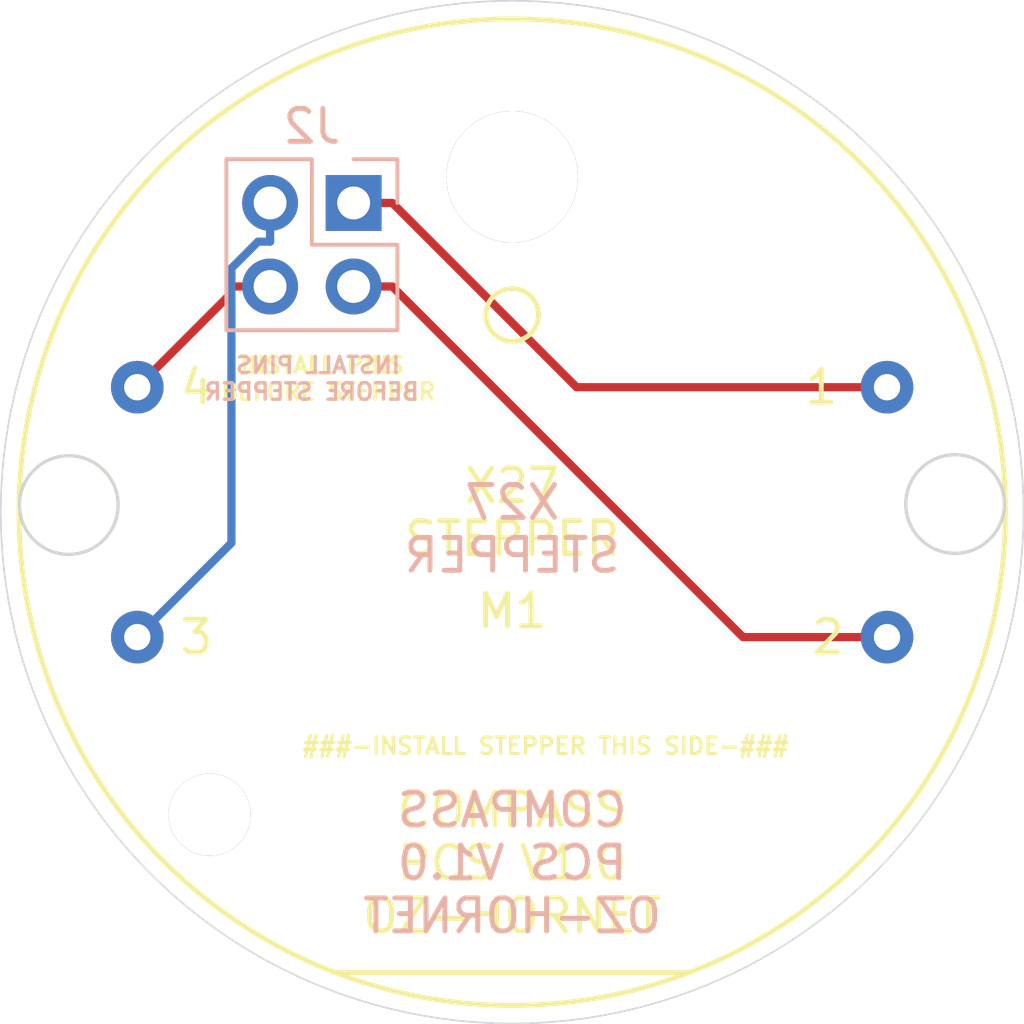
<source format=kicad_pcb>
(kicad_pcb (version 20240108) (generator "pcbnew") (generator_version "8.0")
  (layers (0 "F.Cu" signal) (31 "B.Cu" signal) (34 "B.Paste" user) (35 "F.Paste" user) (36 "B.SilkS" user "B.Silkscreen") (37 "F.SilkS" user "F.Silkscreen") (38 "B.Mask" user) (39 "F.Mask" user) (44 "Edge.Cuts" user))
  (net 0 "")
  (net 1 "/STEPPER-1-1")
  (net 2 "/STEPPER-1-2")
  (net 3 "/STEPPER-1-3")
  (net 4 "/STEPPER-1-4")
  (footprint "Library-OZ-HORNET:X27-168" (layer "F.Cu") (at 150.876 38.1)
    (property "Reference" "M1" (at 0 2.999999 0) (layer "F.SilkS"))
    (property "Value" "X27 168")
    (fp_line (start -5.400001 13.999999) (end 5.400002 14) (stroke (width 0.15)) (layer "F.SilkS"))
    (fp_circle (center 0 -5.999999) (end 0.8 -5.999999) (stroke (width 0.15)) (fill none) (layer "F.SilkS"))
    (fp_circle (center 0 0) (end 15.000001 0) (stroke (width 0.15)) (fill none) (layer "F.SilkS"))
    (fp_text user "1" (at 9.4 -3.800001 0) (layer "F.SilkS"))
    (fp_text user "3" (at -9.599999 3.799999 0) (layer "F.SilkS"))
    (fp_text user "4" (at -9.599999 -3.8 0) (layer "F.SilkS"))
    (fp_text user "2" (at 9.599999 3.8 0) (layer "F.SilkS"))
    (pad "" thru_hole circle (at -9.200002 9.200001) (size 2.5 2.5) (drill 2.5) (layers "*.Cu" "*.Mask"))
    (pad "" thru_hole circle (at 0 -10.199998) (size 4 4) (drill 4) (layers "*.Cu" "*.Mask"))
    (pad "1" thru_hole circle (at 11.4 -3.799999) (size 1.6 1.6) (drill 0.8) (layers "*.Cu" "*.Mask") (net 1 "/STEPPER-1-1"))
    (pad "2" thru_hole circle (at 11.400001 3.8) (size 1.6 1.6) (drill 0.8) (layers "*.Cu" "*.Mask") (net 2 "/STEPPER-1-2"))
    (pad "3" thru_hole circle (at -11.4 3.799999) (size 1.6 1.6) (drill 0.8) (layers "*.Cu" "*.Mask") (net 3 "/STEPPER-1-3"))
    (pad "4" thru_hole circle (at -11.400001 -3.8) (size 1.6 1.6) (drill 0.8) (layers "*.Cu" "*.Mask") (net 4 "/STEPPER-1-4"))
  )
  (footprint "Connector_PinHeader_2.54mm:PinHeader_2x02_P2.54mm_Vertical" (layer "B.Cu") (at 146.055 28.697 180)
    (property "Reference" "J2" (at 1.27 2.33 180) (layer "B.SilkS") (effects (justify mirror)))
    (property "Value" "Conn_02x02_Odd_Even")
    (fp_line (start 3.87 1.33) (end 1.27 1.33) (stroke (width 0.12)) (layer "B.SilkS"))
    (fp_line (start 3.87 -3.87) (end 3.87 1.33) (stroke (width 0.12)) (layer "B.SilkS"))
    (fp_line (start 3.87 -3.87) (end -1.33 -3.87) (stroke (width 0.12)) (layer "B.SilkS"))
    (fp_line (start 1.27 1.33) (end 1.27 -1.27) (stroke (width 0.12)) (layer "B.SilkS"))
    (fp_line (start 1.27 -1.27) (end -1.33 -1.27) (stroke (width 0.12)) (layer "B.SilkS"))
    (fp_line (start 0 1.33) (end -1.33 1.33) (stroke (width 0.12)) (layer "B.SilkS"))
    (fp_line (start -1.33 1.33) (end -1.33 0) (stroke (width 0.12)) (layer "B.SilkS"))
    (fp_line (start -1.33 -3.87) (end -1.33 -1.27) (stroke (width 0.12)) (layer "B.SilkS"))
    (pad "1" thru_hole rect (at 0 0 180) (size 1.7 1.7) (drill 1) (layers "*.Cu" "*.Mask") (net 1 "/STEPPER-1-1"))
    (pad "2" thru_hole oval (at 2.54 0 180) (size 1.7 1.7) (drill 1) (layers "*.Cu" "*.Mask") (net 3 "/STEPPER-1-3"))
    (pad "3" thru_hole oval (at 0 -2.54 180) (size 1.7 1.7) (drill 1) (layers "*.Cu" "*.Mask") (net 2 "/STEPPER-1-2"))
    (pad "4" thru_hole oval (at 2.54 -2.54 180) (size 1.7 1.7) (drill 1) (layers "*.Cu" "*.Mask") (net 4 "/STEPPER-1-4"))
  )
  (gr_circle (center 150.876 38.1) (end 166.426112 38.1) (stroke (width 0.05)) (fill none) (layer "Edge.Cuts"))
  (gr_circle (center 164.344862 37.852597) (end 165.844862 37.852597) (stroke (width 0.1)) (fill none) (layer "Edge.Cuts"))
  (gr_circle (center 137.393413 37.883966) (end 138.893413 37.883966) (stroke (width 0.1)) (fill none) (layer "Edge.Cuts"))
  (gr_text "X27\nSTEPPER" (at 150.876 38.608 0) (layer "B.SilkS") (effects (font (size 1 1)) (justify mirror)))
  (gr_text "INSTALL PINS \nBEFORE STEPPER" (at 144.78 34.036 -0) (layer "B.SilkS") (effects (font (size 0.5 0.5) (thickness 0.1)) (justify mirror)))
  (gr_text "COMPASS\nPCS V1.0\nOZ-HORNET\n" (at 150.876 48.768 -0) (layer "B.SilkS") (effects (font (size 1 1)) (justify mirror)))
  (gr_text "COMPASS\nPCS V1.0\nOZ-HORNET\n" (at 150.876 48.768 0) (layer "F.SilkS") (effects (font (size 1 1))))
  (gr_text "X27\nSTEPPER" (at 150.876 38.1 -0) (layer "F.SilkS") (effects (font (size 1 1))))
  (gr_text "INSTALL PINS \nBEFORE STEPPER" (at 145.288 34.036 0) (layer "F.SilkS") (effects (font (size 0.5 0.5) (thickness 0.1))))
  (gr_text "###-INSTALL STEPPER THIS SIDE-###" (at 151.892 45.212 -0) (layer "F.SilkS") (effects (font (size 0.5 0.5) (thickness 0.1))))
  (segment (start 147.2317 28.697) (end 152.8347 34.3) (width 0.25) (layer "F.Cu") (net 1))
  (segment (start 152.8347 34.3) (end 162.276 34.3) (width 0.25) (layer "F.Cu") (net 1))
  (segment (start 146.055 28.697) (end 147.2317 28.697) (width 0.25) (layer "F.Cu") (net 1))
  (segment (start 146.055 31.237) (end 147.2317 31.237) (width 0.25) (layer "F.Cu") (net 2))
  (segment (start 157.8947 41.9) (end 162.276 41.9) (width 0.25) (layer "F.Cu") (net 2))
  (segment (start 147.2317 31.237) (end 157.8947 41.9) (width 0.25) (layer "F.Cu") (net 2))
  (segment (start 142.3383 39.0377) (end 139.476 41.9) (width 0.25) (layer "B.Cu") (net 3))
  (segment (start 143.1472 29.8737) (end 142.3383 30.6826) (width 0.25) (layer "B.Cu") (net 3))
  (segment (start 142.3383 30.6826) (end 142.3383 39.0377) (width 0.25) (layer "B.Cu") (net 3))
  (segment (start 143.515 28.697) (end 143.515 29.8737) (width 0.25) (layer "B.Cu") (net 3))
  (segment (start 143.515 29.8737) (end 143.1472 29.8737) (width 0.25) (layer "B.Cu") (net 3))
  (segment (start 142.3383 31.237) (end 142.3383 31.4377) (width 0.25) (layer "F.Cu") (net 4))
  (segment (start 143.515 31.237) (end 142.3383 31.237) (width 0.25) (layer "F.Cu") (net 4))
  (segment (start 142.3383 31.4377) (end 139.476 34.3) (width 0.25) (layer "F.Cu") (net 4))
)
</source>
